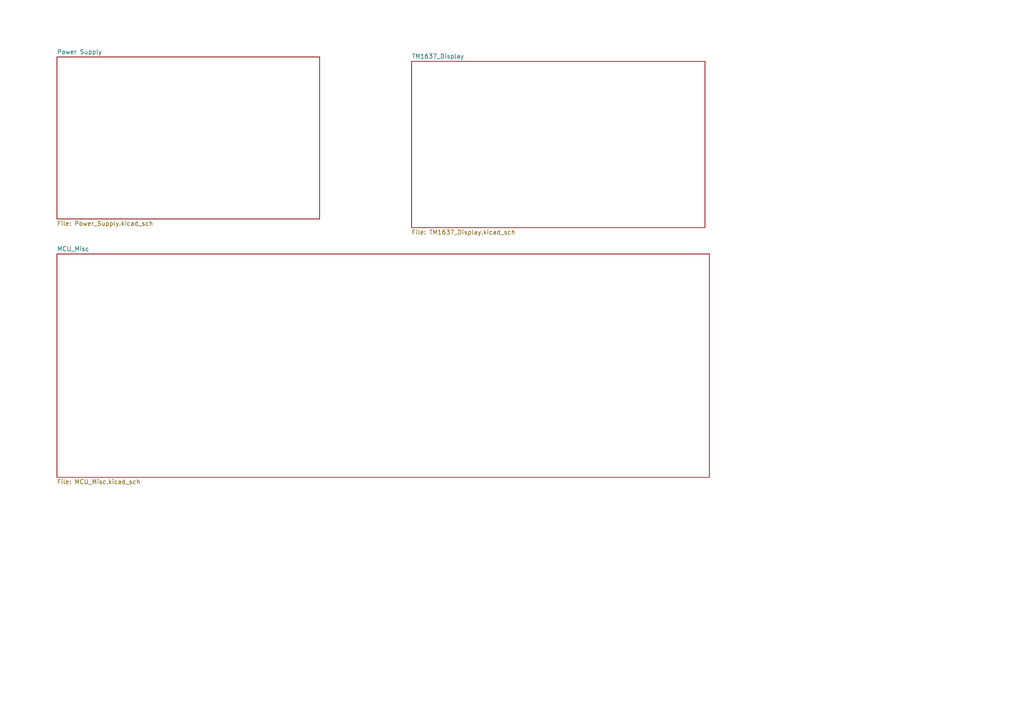
<source format=kicad_sch>
(kicad_sch
	(version 20250114)
	(generator "eeschema")
	(generator_version "9.0")
	(uuid "de804b87-618c-4b40-9e9d-dfdac3d4076a")
	(paper "A4")
	(title_block
		(title "Pomodoro Timer")
		(date "2025-06-22")
		(rev "Ver. A")
		(company "EmbSysTech.in")
	)
	(lib_symbols)
	(sheet
		(at 16.51 73.66)
		(size 189.23 64.77)
		(exclude_from_sim no)
		(in_bom yes)
		(on_board yes)
		(dnp no)
		(fields_autoplaced yes)
		(stroke
			(width 0.1524)
			(type solid)
		)
		(fill
			(color 0 0 0 0.0000)
		)
		(uuid "01541e5a-8295-451b-b20a-bd0146844e4d")
		(property "Sheetname" "MCU_Misc"
			(at 16.51 72.9484 0)
			(effects
				(font
					(size 1.27 1.27)
				)
				(justify left bottom)
			)
		)
		(property "Sheetfile" "MCU_Misc.kicad_sch"
			(at 16.51 139.0146 0)
			(effects
				(font
					(size 1.27 1.27)
				)
				(justify left top)
			)
		)
		(instances
			(project "Pomodoro_timer"
				(path "/de804b87-618c-4b40-9e9d-dfdac3d4076a"
					(page "4")
				)
			)
		)
	)
	(sheet
		(at 119.38 17.78)
		(size 85.09 48.26)
		(exclude_from_sim no)
		(in_bom yes)
		(on_board yes)
		(dnp no)
		(fields_autoplaced yes)
		(stroke
			(width 0.1524)
			(type solid)
		)
		(fill
			(color 0 0 0 0.0000)
		)
		(uuid "71d7b1a6-dd2b-42fa-8369-ee1c59b44dc2")
		(property "Sheetname" "TM1637_Display"
			(at 119.38 17.0684 0)
			(effects
				(font
					(size 1.27 1.27)
				)
				(justify left bottom)
			)
		)
		(property "Sheetfile" "TM1637_Display.kicad_sch"
			(at 119.38 66.6246 0)
			(effects
				(font
					(size 1.27 1.27)
				)
				(justify left top)
			)
		)
		(instances
			(project "Pomodoro_timer"
				(path "/de804b87-618c-4b40-9e9d-dfdac3d4076a"
					(page "3")
				)
			)
		)
	)
	(sheet
		(at 16.51 16.51)
		(size 76.2 46.99)
		(exclude_from_sim no)
		(in_bom yes)
		(on_board yes)
		(dnp no)
		(fields_autoplaced yes)
		(stroke
			(width 0.1524)
			(type solid)
		)
		(fill
			(color 0 0 0 0.0000)
		)
		(uuid "b5143975-ea29-466c-8062-3a94fbee6df1")
		(property "Sheetname" "Power Supply"
			(at 16.51 15.7984 0)
			(effects
				(font
					(size 1.27 1.27)
				)
				(justify left bottom)
			)
		)
		(property "Sheetfile" "Power_Supply.kicad_sch"
			(at 16.51 64.0846 0)
			(effects
				(font
					(size 1.27 1.27)
				)
				(justify left top)
			)
		)
		(instances
			(project "Pomodoro_timer"
				(path "/de804b87-618c-4b40-9e9d-dfdac3d4076a"
					(page "2")
				)
			)
		)
	)
	(sheet_instances
		(path "/"
			(page "1")
		)
	)
	(embedded_fonts no)
)

</source>
